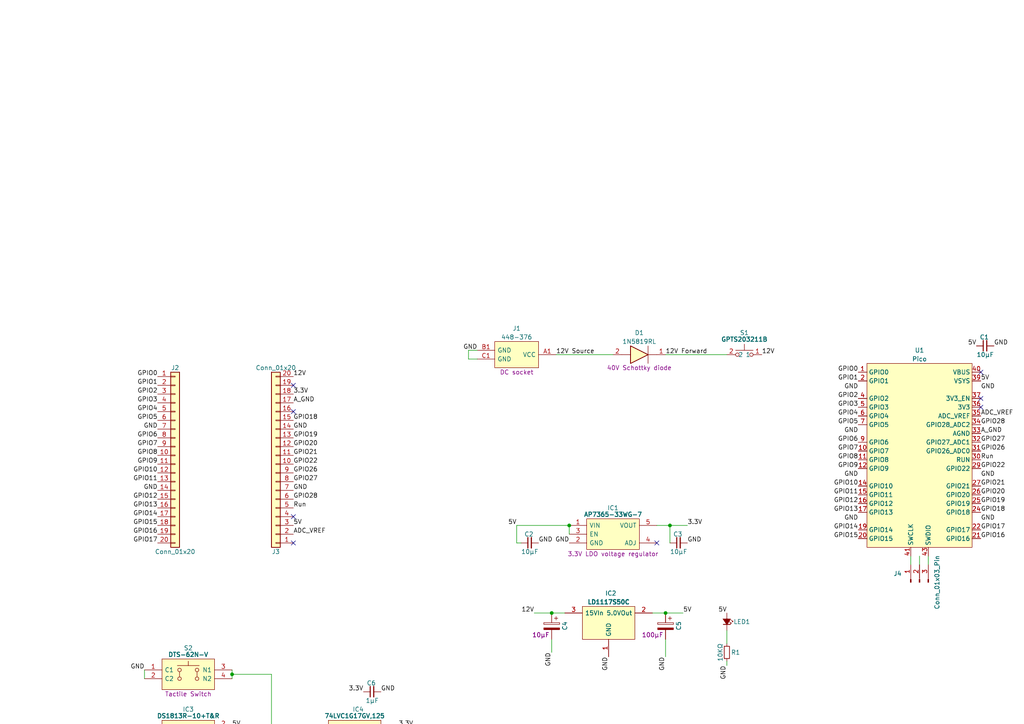
<source format=kicad_sch>
(kicad_sch (version 20230121) (generator eeschema)
  (paper "A4")
  (title_block (title "GPIO 16bit") (date "2024-01-28"))
  (lib_symbols
    (symbol "Connector:Conn_01x03_Pin" (pin_names (offset 1.016) hide)
      (property "Reference" "J" (at 0 5.08 0))
      (property "Value" "Conn_01x03_Pin" (at 0 -5.08 0))
      (symbol "Conn_01x03_Pin_1_1"
        (polyline (pts (xy 1.27 -2.54) (xy 0.8636 -2.54)) (stroke (width 0.1524)))
        (polyline (pts (xy 1.27 0) (xy 0.8636 0)) (stroke (width 0.1524)))
        (polyline (pts (xy 1.27 2.54) (xy 0.8636 2.54)) (stroke (width 0.1524)))
        (rectangle (start 0.8636 -2.413) (end 0 -2.667) (stroke (width 0.1524)) (fill (type outline)))
        (rectangle (start 0.8636 0.127) (end 0 -0.127) (stroke (width 0.1524)) (fill (type outline)))
        (rectangle (start 0.8636 2.667) (end 0 2.413) (stroke (width 0.1524)) (fill (type outline)))
        (pin passive line (at 5.08 2.54 180) (length 3.81) (name "Pin_1") (number "1"))
        (pin passive line (at 5.08 0 180) (length 3.81) (name "Pin_2") (number "2"))
        (pin passive line (at 5.08 -2.54 180) (length 3.81) (name "Pin_3") (number "3"))
      )
    )
    (symbol "Connector_Generic:Conn_01x20" (pin_names (offset 1.016) hide)
      (property "Reference" "J" (at 0 25.4 0))
      (property "Value" "Conn_01x20" (at 0 -27.94 0))
      (symbol "Conn_01x20_1_1"
        (rectangle (start -1.27 -25.273) (end 0 -25.527) (stroke (width 0.1524)))
        (rectangle (start -1.27 -22.733) (end 0 -22.987) (stroke (width 0.1524)))
        (rectangle (start -1.27 -20.193) (end 0 -20.447) (stroke (width 0.1524)))
        (rectangle (start -1.27 -17.653) (end 0 -17.907) (stroke (width 0.1524)))
        (rectangle (start -1.27 -15.113) (end 0 -15.367) (stroke (width 0.1524)))
        (rectangle (start -1.27 -12.573) (end 0 -12.827) (stroke (width 0.1524)))
        (rectangle (start -1.27 -10.033) (end 0 -10.287) (stroke (width 0.1524)))
        (rectangle (start -1.27 -7.493) (end 0 -7.747) (stroke (width 0.1524)))
        (rectangle (start -1.27 -4.953) (end 0 -5.207) (stroke (width 0.1524)))
        (rectangle (start -1.27 -2.413) (end 0 -2.667) (stroke (width 0.1524)))
        (rectangle (start -1.27 0.127) (end 0 -0.127) (stroke (width 0.1524)))
        (rectangle (start -1.27 2.667) (end 0 2.413) (stroke (width 0.1524)))
        (rectangle (start -1.27 5.207) (end 0 4.953) (stroke (width 0.1524)))
        (rectangle (start -1.27 7.747) (end 0 7.493) (stroke (width 0.1524)))
        (rectangle (start -1.27 10.287) (end 0 10.033) (stroke (width 0.1524)))
        (rectangle (start -1.27 12.827) (end 0 12.573) (stroke (width 0.1524)))
        (rectangle (start -1.27 15.367) (end 0 15.113) (stroke (width 0.1524)))
        (rectangle (start -1.27 17.907) (end 0 17.653) (stroke (width 0.1524)))
        (rectangle (start -1.27 20.447) (end 0 20.193) (stroke (width 0.1524)))
        (rectangle (start -1.27 22.987) (end 0 22.733) (stroke (width 0.1524)))
        (rectangle (start -1.27 24.13) (end 1.27 -26.67) (stroke (width 0.254)) (fill (type background)))
        (pin passive line (at -5.08 22.86 0) (length 3.81) (name "Pin_1") (number "1"))
        (pin passive line (at -5.08 0 0) (length 3.81) (name "Pin_10") (number "10"))
        (pin passive line (at -5.08 -2.54 0) (length 3.81) (name "Pin_11") (number "11"))
        (pin passive line (at -5.08 -5.08 0) (length 3.81) (name "Pin_12") (number "12"))
        (pin passive line (at -5.08 -7.62 0) (length 3.81) (name "Pin_13") (number "13"))
        (pin passive line (at -5.08 -10.16 0) (length 3.81) (name "Pin_14") (number "14"))
        (pin passive line (at -5.08 -12.7 0) (length 3.81) (name "Pin_15") (number "15"))
        (pin passive line (at -5.08 -15.24 0) (length 3.81) (name "Pin_16") (number "16"))
        (pin passive line (at -5.08 -17.78 0) (length 3.81) (name "Pin_17") (number "17"))
        (pin passive line (at -5.08 -20.32 0) (length 3.81) (name "Pin_18") (number "18"))
        (pin passive line (at -5.08 -22.86 0) (length 3.81) (name "Pin_19") (number "19"))
        (pin passive line (at -5.08 20.32 0) (length 3.81) (name "Pin_2") (number "2"))
        (pin passive line (at -5.08 -25.4 0) (length 3.81) (name "Pin_20") (number "20"))
        (pin passive line (at -5.08 17.78 0) (length 3.81) (name "Pin_3") (number "3"))
        (pin passive line (at -5.08 15.24 0) (length 3.81) (name "Pin_4") (number "4"))
        (pin passive line (at -5.08 12.7 0) (length 3.81) (name "Pin_5") (number "5"))
        (pin passive line (at -5.08 10.16 0) (length 3.81) (name "Pin_6") (number "6"))
        (pin passive line (at -5.08 7.62 0) (length 3.81) (name "Pin_7") (number "7"))
        (pin passive line (at -5.08 5.08 0) (length 3.81) (name "Pin_8") (number "8"))
        (pin passive line (at -5.08 2.54 0) (length 3.81) (name "Pin_9") (number "9"))
      )
    )
    (symbol "Device:LED_Small_Filled" (pin_numbers hide) (pin_names (offset 0.254) hide)
      (property "Reference" "D" (at -1.27 3.175 0))
      (property "Value" "LED_Small_Filled" (at -4.445 -2.54 0))
      (symbol "LED_Small_Filled_0_1"
        (polyline (pts (xy -0.762 -1.016) (xy -0.762 1.016)) (stroke (width 0.254)))
        (polyline (pts (xy 1.016 0) (xy -0.762 0)))
        (polyline (pts (xy 0.762 -1.016) (xy -0.762 0) (xy 0.762 1.016) (xy 0.762 -1.016)) (stroke (width 0.254)) (fill (type outline)))
        (polyline (pts (xy 0 0.762) (xy -0.508 1.27) (xy -0.254 1.27) (xy -0.508 1.27) (xy -0.508 1.016)))
        (polyline (pts (xy 0.508 1.27) (xy 0 1.778) (xy 0.254 1.778) (xy 0 1.778) (xy 0 1.524)))
      )
      (symbol "LED_Small_Filled_1_1"
        (pin passive line (at -2.54 0 0) (length 1.778) (name "K") (number "1"))
        (pin passive line (at 2.54 0 180) (length 1.778) (name "A") (number "2"))
      )
    )
    (symbol "Diodes_Inc:AP7365-33WG-7" (pin_names (offset 0.762))
      (property "Reference" "IC" (at 12.7 5.08 0))
      (property "Value" "AP7365-33WG-7" (at 12.7 3.175 0))
      (property "Description" "3.3V LDO voltage regulator" (at 12.7 -8.255 0))
      (symbol "AP7365-33WG-7_0_0"
        (pin passive line (at 0 0 0) (length 5.08) (name "VIN") (number "1"))
        (pin passive line (at 0 -5.08 0) (length 5.08) (name "GND") (number "2"))
        (pin input line (at 0 -2.54 0) (length 5.08) (name "EN") (number "3"))
        (pin passive line (at 25.4 -5.08 180) (length 5.08) (name "ADJ") (number "4"))
        (pin passive line (at 25.4 0 180) (length 5.08) (name "VOUT") (number "5"))
      )
      (symbol "AP7365-33WG-7_0_1"
        (polyline (pts (xy 5.08 1.905) (xy 20.32 1.905) (xy 20.32 -6.985) (xy 5.08 -6.985) (xy 5.08 1.905)) (fill (type background)))
      )
    )
    (symbol "Diptronic:DTS-62N-V" (pin_names (offset 0.762))
      (property "Reference" "S" (at 12.7 6.35 0))
      (property "Value" "DTS-62N-V" (at 12.7 4.445 0))
      (property "Description" "Tactile Switch" (at 12.7 -6.985 0))
      (symbol "DTS-62N-V_0_0"
        (pin passive line (at 0 0 0) (length 5.08) (name "C1") (number "1"))
        (pin passive line (at 0 -2.54 0) (length 5.08) (name "C2") (number "2"))
        (pin passive line (at 25.4 0 180) (length 5.08) (name "N1") (number "3"))
        (pin passive line (at 25.4 -2.54 180) (length 5.08) (name "N2") (number "4"))
      )
      (symbol "DTS-62N-V_0_1"
        (polyline (pts (xy 10.16 -1.905) (xy 10.16 -0.635)))
        (polyline (pts (xy 12.7 1.27) (xy 12.7 2.54)))
        (polyline (pts (xy 15.24 -1.905) (xy 15.24 -0.635)))
        (polyline (pts (xy 15.875 1.27) (xy 9.525 1.27)))
        (polyline (pts (xy 5.08 3.175) (xy 20.32 3.175) (xy 20.32 -5.715) (xy 5.08 -5.715) (xy 5.08 3.175)) (stroke (width 0.1524)) (fill (type background)))
        (circle (center 10.16 -2.54) (radius 0.508))
        (circle (center 10.16 0) (radius 0.508))
        (circle (center 15.24 -2.54) (radius 0.508))
        (circle (center 15.24 0) (radius 0.508))
      )
    )
    (symbol "HCP65:C_0805" (pin_numbers hide) (pin_names (offset 0.254) hide)
      (property "Reference" "C" (at 2.286 2.54 0))
      (property "Value" "?μF" (at 2.54 -2.54 0))
      (symbol "C_0805_0_1"
        (polyline (pts (xy 1.9685 -1.4605) (xy 1.9685 1.5875)) (stroke (width 0.3048)))
        (polyline (pts (xy 2.9845 -1.4605) (xy 2.9845 1.5875)) (stroke (width 0.3302)))
      )
      (symbol "C_0805_1_1"
        (pin passive line (at 0 0 0) (length 2.032) (name "~") (number "1"))
        (pin passive line (at 5.08 0 180) (length 2.032) (name "~") (number "2"))
      )
    )
    (symbol "HCP65:C_Polarized" (pin_numbers hide) (pin_names (offset 0.254))
      (property "Reference" "C" (at 0.635 2.54 0))
      (property "Description" "?μF" (at 0.635 -2.54 0))
      (symbol "C_Polarized_0_1"
        (rectangle (start -2.286 0.508) (end 2.286 1.016))
        (polyline (pts (xy -1.778 2.286) (xy -0.762 2.286)))
        (polyline (pts (xy -1.27 2.794) (xy -1.27 1.778)))
        (rectangle (start 2.286 -0.508) (end -2.286 -1.016) (fill (type outline)))
      )
      (symbol "C_Polarized_1_1"
        (pin passive line (at 0 3.81 270) (length 2.794) (name "~") (number "1"))
        (pin passive line (at 0 -3.81 90) (length 2.794) (name "~") (number "2"))
      )
    )
    (symbol "HCP65:R_0805" (pin_numbers hide) (pin_names hide)
      (property "Reference" "R" (at 2.54 1.778 0))
      (property "Value" "?Ω" (at 2.54 -1.905 0))
      (symbol "R_0805_0_1"
        (rectangle (start 0.762 0.762) (end 4.318 -0.762) (stroke (width 0.2032)))
      )
      (symbol "R_0805_1_1"
        (pin passive line (at 0 0 0) (length 0.72) (name "~") (number "1"))
        (pin passive line (at 5.08 0 180) (length 0.72) (name "~") (number "2"))
      )
    )
    (symbol "Maxim:DS1813R-10+T&R" (pin_names (offset 0.762))
      (property "Reference" "IC" (at 12.7 7.62 0))
      (property "Value" "DS1813R-10+T&R" (at 12.7 5.715 0))
      (property "Description" "5V voltage supervisor" (at 13.335 -3.175 0))
      (symbol "DS1813R-10+T&R_0_0"
        (pin output inverted (at 25.4 0 180) (length 5.08) (name "~{RST}") (number "1"))
        (pin passive line (at 25.4 2.54 180) (length 5.08) (name "5V") (number "2"))
        (pin passive line (at 0 0 0) (length 5.08) (name "GND") (number "3"))
      )
      (symbol "DS1813R-10+T&R_0_1"
        (polyline (pts (xy 5.08 4.445) (xy 20.32 4.445) (xy 20.32 -1.905) (xy 5.08 -1.905) (xy 5.08 4.445)) (stroke (width 0.1524)) (fill (type background)))
      )
    )
    (symbol "Maxim:GPTS203211B" (pin_names (offset 0.762))
      (property "Reference" "S" (at 5.08 6.35 0))
      (property "Value" "GPTS203211B" (at 5.08 4.445 0))
      (symbol "GPTS203211B_0_1"
        (polyline (pts (xy 5.08 1.27) (xy 5.08 3.048)))
        (polyline (pts (xy 7.62 1.27) (xy 2.54 1.27)))
        (circle (center 3.048 0) (radius 0.508))
        (circle (center 7.112 0) (radius 0.508))
        (pin passive line (at 0 0 0) (length 2.54) (name "1") (number "1"))
        (pin passive line (at 10.16 0 180) (length 2.54) (name "2") (number "2"))
      )
    )
    (symbol "Nexperia:74LVC1G17GV,125" (pin_names (offset 0.762))
      (property "Reference" "IC" (at 12.065 7.62 0))
      (property "Value" "74LVC1G17GV,125" (at 12.7 5.715 0))
      (property "Description" "Schmitt buffer" (at 13.335 -5.715 0))
      (symbol "74LVC1G17GV,125_0_0"
        (pin no_connect line (at 0 2.54 0) (length 5.08) hide (name "n.c.") (number "1"))
        (pin input line (at 0 0 0) (length 5.08) (name "A") (number "2"))
        (pin passive line (at 0 -2.54 0) (length 5.08) hide (name "GND") (number "3"))
        (pin passive line (at 25.4 0 180) (length 5.08) (name "Y") (number "4"))
        (pin passive line (at 25.4 2.54 180) (length 5.08) hide (name "3V") (number "5"))
      )
      (symbol "74LVC1G17GV,125_0_1"
        (polyline (pts (xy 9.525 0) (xy 11.43 0)))
        (polyline (pts (xy 13.97 0) (xy 15.875 0)))
        (polyline (pts (xy 11.43 -1.016) (xy 13.97 0) (xy 11.43 1.016)) (stroke (width 0.254)))
        (polyline (pts (xy 5.08 4.445) (xy 20.32 4.445) (xy 20.32 -4.445) (xy 5.08 -4.445) (xy 5.08 4.445)) (stroke (width 0.1524)) (fill (type background)))
        (rectangle (start 11.43 1.016) (end 11.43 -1.016) (stroke (width 0.254)) (fill (type background)))
      )
    )
    (symbol "Pico_1"
      (property "Reference" "U" (at 0 29.845 0))
      (property "Value" "Pico_1" (at 0 27.94 0))
      (symbol "Pico_1_0_1"
        (rectangle (start -15.24 26.67) (end 15.24 -26.67) (fill (type background)))
      )
      (symbol "Pico_1_1_1"
        (pin bidirectional line (at -17.78 24.13 0) (length 2.54) (name "GPIO0") (number "1"))
        (pin bidirectional line (at -17.78 1.27 0) (length 2.54) (name "GPIO7") (number "10"))
        (pin bidirectional line (at -17.78 -1.27 0) (length 2.54) (name "GPIO8") (number "11"))
        (pin bidirectional line (at -17.78 -3.81 0) (length 2.54) (name "GPIO9") (number "12"))
        (pin passive line (at -17.78 -6.35 0) (length 2.54) hide (name "GND") (number "13"))
        (pin bidirectional line (at -17.78 -8.89 0) (length 2.54) (name "GPIO10") (number "14"))
        (pin bidirectional line (at -17.78 -11.43 0) (length 2.54) (name "GPIO11") (number "15"))
        (pin bidirectional line (at -17.78 -13.97 0) (length 2.54) (name "GPIO12") (number "16"))
        (pin bidirectional line (at -17.78 -16.51 0) (length 2.54) (name "GPIO13") (number "17"))
        (pin passive line (at -17.78 -19.05 0) (length 2.54) hide (name "GND") (number "18"))
        (pin bidirectional line (at -17.78 -21.59 0) (length 2.54) (name "GPIO14") (number "19"))
        (pin bidirectional line (at -17.78 21.59 0) (length 2.54) (name "GPIO1") (number "2"))
        (pin bidirectional line (at -17.78 -24.13 0) (length 2.54) (name "GPIO15") (number "20"))
        (pin bidirectional line (at 17.78 -24.13 180) (length 2.54) (name "GPIO16") (number "21"))
        (pin bidirectional line (at 17.78 -21.59 180) (length 2.54) (name "GPIO17") (number "22"))
        (pin passive line (at 17.78 -19.05 180) (length 2.54) hide (name "GND") (number "23"))
        (pin bidirectional line (at 17.78 -16.51 180) (length 2.54) (name "GPIO18") (number "24"))
        (pin bidirectional line (at 17.78 -13.97 180) (length 2.54) (name "GPIO19") (number "25"))
        (pin bidirectional line (at 17.78 -11.43 180) (length 2.54) (name "GPIO20") (number "26"))
        (pin bidirectional line (at 17.78 -8.89 180) (length 2.54) (name "GPIO21") (number "27"))
        (pin passive line (at 17.78 -6.35 180) (length 2.54) hide (name "GND") (number "28"))
        (pin bidirectional line (at 17.78 -3.81 180) (length 2.54) (name "GPIO22") (number "29"))
        (pin passive line (at -17.78 19.05 0) (length 2.54) hide (name "GND") (number "3"))
        (pin input line (at 17.78 -1.27 180) (length 2.54) (name "RUN") (number "30"))
        (pin bidirectional line (at 17.78 1.27 180) (length 2.54) (name "GPIO26_ADC0") (number "31"))
        (pin bidirectional line (at 17.78 3.81 180) (length 2.54) (name "GPIO27_ADC1") (number "32"))
        (pin passive line (at 17.78 6.35 180) (length 2.54) (name "AGND") (number "33"))
        (pin bidirectional line (at 17.78 8.89 180) (length 2.54) (name "GPIO28_ADC2") (number "34"))
        (pin passive line (at 17.78 11.43 180) (length 2.54) (name "ADC_VREF") (number "35"))
        (pin passive line (at 17.78 13.97 180) (length 2.54) (name "3V3") (number "36"))
        (pin input line (at 17.78 16.51 180) (length 2.54) (name "3V3_EN") (number "37"))
        (pin passive line (at 17.78 19.05 180) (length 2.54) hide (name "GND") (number "38"))
        (pin passive line (at 17.78 21.59 180) (length 2.54) (name "VSYS") (number "39"))
        (pin bidirectional line (at -17.78 16.51 0) (length 2.54) (name "GPIO2") (number "4"))
        (pin passive line (at 17.78 24.13 180) (length 2.54) (name "VBUS") (number "40"))
        (pin input line (at -2.54 -29.21 90) (length 2.54) (name "SWCLK") (number "41"))
        (pin passive line (at 0 -29.21 90) (length 2.54) hide (name "GND") (number "42"))
        (pin bidirectional line (at 2.54 -29.21 90) (length 2.54) (name "SWDIO") (number "43"))
        (pin bidirectional line (at -17.78 13.97 0) (length 2.54) (name "GPIO3") (number "5"))
        (pin bidirectional line (at -17.78 11.43 0) (length 2.54) (name "GPIO4") (number "6"))
        (pin bidirectional line (at -17.78 8.89 0) (length 2.54) (name "GPIO5") (number "7"))
        (pin passive line (at -17.78 6.35 0) (length 2.54) hide (name "GND") (number "8"))
        (pin bidirectional line (at -17.78 3.81 0) (length 2.54) (name "GPIO6") (number "9"))
      )
    )
    (symbol "RS_Components:448-376" (pin_names (offset 0.762))
      (property "Reference" "J" (at 11.43 6.35 0))
      (property "Value" "448-376" (at 11.43 3.81 0))
      (property "Description" "DC socket" (at 11.43 -6.35 0))
      (symbol "448-376_0_0"
        (pin passive line (at 0 -1.27 0) (length 5.08) (name "VCC") (number "A1"))
        (pin passive line (at 22.86 0 180) (length 5.08) (name "GND") (number "B1"))
        (pin passive line (at 22.86 -2.54 180) (length 5.08) (name "GND") (number "C1"))
      )
      (symbol "448-376_0_1"
        (polyline (pts (xy 5.08 2.54) (xy 17.78 2.54) (xy 17.78 -5.08) (xy 5.08 -5.08) (xy 5.08 2.54)) (stroke (width 0.1524)) (fill (type background)))
      )
    )
    (symbol "ST_Microelectronics:1N5819RL" (pin_names (offset 0.762))
      (property "Reference" "D" (at 7.62 6.35 0))
      (property "Value" "1N5819RL" (at 7.62 3.81 0))
      (property "Description" "40V Schottky diode" (at 7.62 -3.81 0))
      (symbol "1N5819RL_0_0"
        (pin passive line (at 0 0 0) (length 2.54) (name "~") (number "1"))
        (pin passive line (at 15.24 0 180) (length 2.54) (name "~") (number "2"))
      )
      (symbol "1N5819RL_0_1"
        (polyline (pts (xy 2.54 0) (xy 5.08 0)) (stroke (width 0.1524)))
        (polyline (pts (xy 5.08 2.54) (xy 5.08 -2.54)) (stroke (width 0.1524)))
        (polyline (pts (xy 10.16 0) (xy 12.7 0)) (stroke (width 0.1524)))
        (polyline (pts (xy 5.08 0) (xy 10.16 2.54) (xy 10.16 -2.54) (xy 5.08 0)) (stroke (width 0.254)) (fill (type background)))
      )
    )
    (symbol "ST_Microelectronics:LD1117S50C" (pin_names (offset 0.762))
      (property "Reference" "IC" (at 7.62 4.445 0))
      (property "Value" "LD1117S50C" (at 7.62 2.54 0))
      (symbol "LD1117S50C_0_0"
        (pin passive line (at 7.62 -12.7 90) (length 5.08) (name "GND") (number "1"))
      )
      (symbol "LD1117S50C_0_1"
        (polyline (pts (xy 0 1.905) (xy 15.24 1.905) (xy 15.24 -7.62) (xy 0 -7.62) (xy 0 1.905)) (stroke (width 0.1524)) (fill (type background)))
      )
      (symbol "LD1117S50C_1_0"
        (pin passive line (at 20.32 0 180) (length 5.08) (name "5.0VOut") (number "2"))
        (pin passive line (at -5.08 0 0) (length 5.08) (name "15VIn") (number "3"))
        (pin no_connect line (at 10.16 -12.7 90) (length 5.08) hide (name "N.C") (number "4"))
      )
    )
  )
  (junction (at 165.1 152.4))
  (junction (at 193.04 177.8))
  (junction (at 67.31 195.58))
  (junction (at 78.74 213.36))
  (junction (at 194.31 152.4))
  (junction (at 160.02 177.8))
  (no_connect (at 85.09 111.76))
  (no_connect (at 190.5 157.48))
  (no_connect (at 284.48 115.57))
  (no_connect (at 85.09 157.48))
  (no_connect (at 85.09 149.86))
  (no_connect (at 284.48 118.11))
  (no_connect (at 284.48 107.95))
  (no_connect (at 85.09 119.38))
  (wire (pts (xy 193.04 190.5) (xy 193.04 185.42)))
  (wire (pts (xy 67.31 195.58) (xy 67.31 196.85)))
  (wire (pts (xy 160.02 177.8) (xy 163.83 177.8)))
  (wire (pts (xy 165.1 152.4) (xy 165.1 154.94)))
  (wire (pts (xy 78.74 213.36) (xy 78.74 218.44)))
  (wire (pts (xy 135.89 101.6) (xy 138.43 101.6)))
  (wire (pts (xy 135.89 101.6) (xy 135.89 104.14)))
  (wire (pts (xy 264.16 163.83) (xy 264.16 161.29)))
  (wire (pts (xy 198.12 177.8) (xy 193.04 177.8)))
  (wire (pts (xy 78.74 195.58) (xy 78.74 213.36)))
  (wire (pts (xy 190.5 152.4) (xy 194.31 152.4)))
  (wire (pts (xy 67.31 194.31) (xy 67.31 195.58)))
  (wire (pts (xy 160.02 189.23) (xy 160.02 185.42)))
  (wire (pts (xy 194.31 152.4) (xy 199.39 152.4)))
  (wire (pts (xy 194.31 157.48) (xy 194.31 152.4)))
  (wire (pts (xy 269.24 163.83) (xy 269.24 161.29)))
  (wire (pts (xy 149.86 157.48) (xy 151.13 157.48)))
  (wire (pts (xy 135.89 104.14) (xy 138.43 104.14)))
  (wire (pts (xy 67.31 195.58) (xy 78.74 195.58)))
  (wire (pts (xy 266.7 163.83) (xy 266.7 161.29)))
  (wire (pts (xy 154.94 177.8) (xy 160.02 177.8)))
  (wire (pts (xy 41.91 194.31) (xy 41.91 196.85)))
  (wire (pts (xy 210.82 193.04) (xy 210.82 191.77)))
  (wire (pts (xy 78.74 213.36) (xy 90.17 213.36)))
  (wire (pts (xy 149.86 152.4) (xy 165.1 152.4)))
  (wire (pts (xy 177.8 102.87) (xy 161.29 102.87)))
  (wire (pts (xy 149.86 152.4) (xy 149.86 157.48)))
  (wire (pts (xy 210.82 182.88) (xy 210.82 186.69)))
  (wire (pts (xy 67.31 213.36) (xy 78.74 213.36)))
  (wire (pts (xy 193.04 177.8) (xy 189.23 177.8)))
  (wire (pts (xy 210.82 102.87) (xy 193.04 102.87)))
  (label "GPIO13" (at 45.72 147.32 180))
  (label "GPIO16" (at 45.72 154.94 180))
  (label "GPIO15" (at 248.92 156.21 180))
  (label "GPIO12" (at 248.92 146.05 180))
  (label "3.3V" (at 199.39 152.4 0))
  (label "GND" (at 193.04 190.5 270))
  (label "GPIO26" (at 284.48 130.81 0))
  (label "GPIO19" (at 284.48 146.05 0))
  (label "GND" (at 248.92 125.73 180))
  (label "GND" (at 165.1 157.48 180))
  (label "ADC_VREF" (at 284.48 120.65 0))
  (label "GPIO14" (at 248.92 153.67 180))
  (label "GPIO21" (at 85.09 132.08 0))
  (label "GPIO4" (at 248.92 120.65 180))
  (label "GPIO3" (at 45.72 116.84 180))
  (label "GND" (at 248.92 138.43 180))
  (label "GND" (at 138.43 101.6 180))
  (label "GPIO11" (at 45.72 139.7 180))
  (label "GPIO27" (at 85.09 139.7 0))
  (label "A_GND" (at 284.48 125.73 0))
  (label "GPIO20" (at 85.09 129.54 0))
  (label "GPIO5" (at 248.92 123.19 180))
  (label "GPIO28" (at 284.48 123.19 0))
  (label "12V" (at 220.98 102.87 0))
  (label "GPIO7" (at 248.92 130.81 180))
  (label "GPIO18" (at 85.09 121.92 0))
  (label "GPIO12" (at 45.72 144.78 180))
  (label "GPIO10" (at 248.92 140.97 180))
  (label "GPIO14" (at 45.72 149.86 180))
  (label "GPIO5" (at 45.72 121.92 180))
  (label "GPIO28" (at 85.09 144.78 0))
  (label "A_GND" (at 85.09 116.84 0))
  (label "GPIO0" (at 248.92 107.95 180))
  (label "5V" (at 198.12 177.8 0))
  (label "GND" (at 284.48 113.03 0))
  (label "3.3V" (at 85.09 114.3 0))
  (label "GND" (at 248.92 151.13 180))
  (label "3.3V" (at 115.57 210.82 0))
  (label "GPIO1" (at 45.72 111.76 180))
  (label "GND" (at 41.91 194.31 180))
  (label "GND" (at 176.53 190.5 270))
  (label "5V" (at 283.21 100.33 180))
  (label "5V" (at 149.86 152.4 180))
  (label "GPIO11" (at 248.92 143.51 180))
  (label "~{Reset}" (at 67.31 213.36 0))
  (label "GPIO19" (at 85.09 127 0))
  (label "GPIO27" (at 284.48 128.27 0))
  (label "5V" (at 83.82 218.44 0))
  (label "12V" (at 154.94 177.8 180))
  (label "GPIO9" (at 248.92 135.89 180))
  (label "GPIO1" (at 248.92 110.49 180))
  (label "GND" (at 248.92 113.03 180))
  (label "5V" (at 67.31 210.82 0))
  (label "12V Source" (at 161.29 102.87 0))
  (label "GND" (at 156.21 157.48 0))
  (label "GPIO7" (at 45.72 129.54 180))
  (label "GPIO8" (at 248.92 133.35 180))
  (label "GND" (at 284.48 138.43 0))
  (label "Run" (at 85.09 147.32 0))
  (label "GND" (at 41.91 213.36 180))
  (label "GND" (at 110.49 200.66 0))
  (label "GND" (at 160.02 189.23 270))
  (label "GPIO4" (at 45.72 119.38 180))
  (label "GND" (at 90.17 215.9 180))
  (label "GND" (at 45.72 124.46 180))
  (label "GPIO10" (at 45.72 137.16 180))
  (label "12V" (at 85.09 109.22 0))
  (label "GPIO8" (at 45.72 132.08 180))
  (label "ADC_VREF" (at 85.09 154.94 0))
  (label "GPIO9" (at 45.72 134.62 180))
  (label "GND" (at 199.39 157.48 0))
  (label "12V Forward" (at 193.04 102.87 0))
  (label "GPIO2" (at 45.72 114.3 180))
  (label "GPIO16" (at 284.48 156.21 0))
  (label "GPIO0" (at 45.72 109.22 180))
  (label "GPIO20" (at 284.48 143.51 0))
  (label "GPIO17" (at 284.48 153.67 0))
  (label "5V" (at 284.48 110.49 0))
  (label "GPIO6" (at 45.72 127 180))
  (label "GPIO18" (at 284.48 148.59 0))
  (label "5V" (at 85.09 152.4 0))
  (label "GPIO22" (at 284.48 135.89 0))
  (label "Run" (at 115.57 213.36 0))
  (label "3.3V" (at 105.41 200.66 180))
  (label "GPIO2" (at 248.92 115.57 180))
  (label "GND" (at 45.72 142.24 180))
  (label "5V" (at 210.82 177.8 180))
  (label "GND" (at 210.82 193.04 270))
  (label "GND" (at 288.29 100.33 0))
  (label "GPIO21" (at 284.48 140.97 0))
  (label "GPIO3" (at 248.92 118.11 180))
  (label "GPIO26" (at 85.09 137.16 0))
  (label "GPIO6" (at 248.92 128.27 180))
  (label "GPIO17" (at 45.72 157.48 180))
  (label "GND" (at 85.09 124.46 0))
  (label "GND" (at 85.09 142.24 0))
  (label "GPIO13" (at 248.92 148.59 180))
  (label "Run" (at 284.48 133.35 0))
  (label "GPIO15" (at 45.72 152.4 180))
  (label "GPIO22" (at 85.09 134.62 0))
  (label "GND" (at 284.48 151.13 0))
  (symbol (lib_id "Device:LED_Small_Filled") (at 210.82 180.34 270) (mirror x) (unit 1)
    (property "Reference" "LED1" (at 212.725 180.34 90) (effects (justify left)))
    (property "Value" "LED_Small_Filled" (effects hide))
    (property "Footprint" "SamacSys_Parts:LED_D5.0mm" (effects hide))
  )
  (symbol (lib_id "HCP65:C_0805") (at 105.41 200.66 0) (unit 1)
    (property "Reference" "C6" (at 107.696 198.12 0))
    (property "Value" "1μF" (at 107.95 203.2 0))
    (property "Footprint" "SamacSys_Parts:C_0805" (effects hide))
  )
  (symbol (lib_id "Connector_Generic:Conn_01x20") (at 50.8 132.08 0) (unit 1)
    (property "Reference" "J2" (at 50.8 106.68 0))
    (property "Value" "Conn_01x20" (at 50.8 160.02 0))
    (property "Footprint" "SamacSys_Parts:SIP_20_Pins" (effects hide))
  )
  (symbol (lib_id "Maxim:DS1813R-10+T&R") (at 41.91 213.36 0) (unit 1)
    (property "Reference" "IC3" (at 54.61 205.74 0))
    (property "Value" "DS1813R-10+T&R" (at 54.61 207.645 0) (effects (font bold)))
    (property "Footprint" "SOT95P237X112-3N" (effects hide))
    (property "Datasheet" "https://componentsearchengine.com/Datasheets/2/DS1813R-10+T&R.pdf" (effects hide))
    (property "Description" "5V voltage supervisor" (at 55.245 216.535 0))
    (property "Height" "1.12" (effects hide))
    (property "Mouser Part Number" "700-DS1813R-10T&R" (effects hide))
    (property "Mouser Price/Stock" "https://www.mouser.co.uk/ProductDetail/Maxim-Integrated/DS1813R-10%2bTR?qs=0Y9aZN%252BMVCUEX%2FgvPX%252B6Nw%3D%3D" (effects hide))
    (property "Manufacturer_Name" "Maxim Integrated" (effects hide))
    (property "Manufacturer_Part_Number" "DS1813R-10+T&R" (effects hide))
    (property "Silkscreen" "DS1813" (effects hide))
  )
  (symbol (lib_id "ST_Microelectronics:1N5819RL") (at 193.04 102.87 0) (mirror y) (unit 1)
    (property "Reference" "D1" (at 185.42 96.52 0))
    (property "Value" "1N5819RL" (at 185.42 99.06 0))
    (property "Footprint" "DIOAD1414W86L464D238" (effects hide))
    (property "Datasheet" "http://www.st.com/web/en/resource/technical/document/datasheet/CD00001625.pdf" (effects hide))
    (property "Description" "40V Schottky diode" (at 185.42 106.68 0))
    (property "Manufacturer_Name" "STMicroelectronics" (effects hide))
    (property "Manufacturer_Part_Number" "1N5819RL" (effects hide))
    (property "Mouser Part Number" "511-1N5819-TR" (effects hide))
    (property "Mouser Price/Stock" "https://www.mouser.co.uk/ProductDetail/STMicroelectronics/1N5819RL?qs=mRqUSD7FX17%2FYMiCEfKDjA%3D%3D" (effects hide))
    (property "Arrow Part Number" "1N5819RL" (effects hide))
    (property "Arrow Price/Stock" "https://www.arrow.com/en/products/1n5819rl/stmicroelectronics?region=europe" (effects hide))
  )
  (symbol (lib_id "HCP65:C_Polarized") (at 193.04 181.61 0) (mirror y) (unit 1)
    (property "Reference" "C5" (at 196.85 182.88 90) (effects (justify left)))
    (property "Value" "C_Polarized" (effects hide))
    (property "Footprint" "Capacitor_THT:CP_Radial_D4.0mm_P2.00mm" (effects hide))
    (property "Description" "100μF" (at 192.405 184.15 0) (effects (justify left)))
  )
  (symbol (lib_id "RS_Components:448-376") (at 161.29 101.6 0) (mirror y) (unit 1)
    (property "Reference" "J1" (at 149.86 95.25 0))
    (property "Value" "448-376" (at 149.86 97.79 0))
    (property "Footprint" "448376" (effects hide))
    (property "Datasheet" "https://docs.rs-online.com/902a/0900766b81582446.pdf" (effects hide))
    (property "Description" "DC socket" (at 149.86 107.95 0))
    (property "Height" "11" (effects hide))
    (property "Manufacturer_Name" "RS Components" (effects hide))
    (property "Manufacturer_Part_Number" "448-376" (effects hide))
  )
  (symbol (lib_id "HCP65:C_Polarized") (at 160.02 181.61 0) (mirror y) (unit 1)
    (property "Reference" "C4" (at 163.83 182.88 90) (effects (justify left)))
    (property "Value" "C_Polarized" (effects hide))
    (property "Footprint" "Capacitor_THT:CP_Radial_D4.0mm_P2.00mm" (effects hide))
    (property "Description" "10μF" (at 159.385 184.15 0) (effects (justify left)))
  )
  (symbol (lib_id "Diodes_Inc:AP7365-33WG-7") (at 165.1 152.4 0) (unit 1)
    (property "Reference" "IC1" (at 177.8 147.32 0))
    (property "Value" "AP7365-33WG-7" (at 177.8 149.225 0) (effects (font bold)))
    (property "Footprint" "SOT95P285X130-5N" (effects hide))
    (property "Datasheet" "https://componentsearchengine.com/Datasheets/1/AP7365-33WG-7.pdf" (effects hide))
    (property "Description" "3.3V LDO voltage regulator" (at 177.8 160.655 0))
    (property "Height" "1.3" (effects hide))
    (property "Manufacturer_Name" "Diodes Inc." (effects hide))
    (property "Manufacturer_Part_Number" "AP7365-33WG-7" (effects hide))
    (property "Mouser Part Number" "621-AP7365-33WG-7" (effects hide))
    (property "Mouser Price/Stock" "https://www.mouser.co.uk/ProductDetail/Diodes-Incorporated/AP7365-33WG-7?qs=abZ1nkZpTuOZFvxvoFPL0w%3D%3D" (effects hide))
    (property "Arrow Part Number" "AP7365-33WG-7" (effects hide))
    (property "Arrow Price/Stock" "https://www.arrow.com/en/products/ap7365-33wg-7/diodes-incorporated?region=nac" (effects hide))
    (property "Silkscreen" "AP7365" (effects hide))
  )
  (symbol (lib_id "Nexperia:74LVC1G17GV,125") (at 90.17 213.36 0) (unit 1)
    (property "Reference" "IC4" (at 102.235 205.74 0) (effects (justify left)))
    (property "Value" "74LVC1G17GV,125" (at 102.87 207.645 0) (effects (font bold)))
    (property "Footprint" "SOT95P275X110-5N" (effects hide))
    (property "Datasheet" "https://assets.nexperia.com/documents/data-sheet/74LVC1G17.pdf" (effects hide))
    (property "Description" "Schmitt buffer" (at 103.505 219.075 0))
    (property "Height" "1.1" (effects hide))
    (property "Manufacturer_Name" "Nexperia" (effects hide))
    (property "Manufacturer_Part_Number" "74LVC1G17GV,125" (effects hide))
    (property "Mouser Part Number" "771-LVC1G17GV125" (effects hide))
    (property "Mouser Price/Stock" "https://www.mouser.co.uk/ProductDetail/Nexperia/74LVC1G17GV125?qs=me8TqzrmIYX3DxU5Fpa8sQ%3D%3D" (effects hide))
    (property "Silkscreen" "'1G17" (effects hide))
  )
  (symbol (lib_id "HCP65:C_0805") (at 151.13 157.48 0) (unit 1)
    (property "Reference" "C2" (at 153.416 154.94 0))
    (property "Value" "10µF" (at 151.13 160.02 0) (effects (justify left)))
    (property "Footprint" "SamacSys_Parts:C_0805" (effects hide))
  )
  (symbol (lib_id "Connector_Generic:Conn_01x20") (at 80.01 134.62 180) (unit 1)
    (property "Reference" "J3" (at 80.01 160.02 0))
    (property "Value" "Conn_01x20" (at 80.01 106.68 0))
    (property "Footprint" "SamacSys_Parts:SIP_20_Pins" (effects hide))
  )
  (symbol (lib_id "HCP65:C_0805") (at 194.31 157.48 0) (unit 1)
    (property "Reference" "C3" (at 196.596 154.94 0))
    (property "Value" "10µF" (at 194.31 160.02 0) (effects (justify left)))
    (property "Footprint" "SamacSys_Parts:C_0805" (effects hide))
  )
  (symbol (lib_id "ST_Microelectronics:LD1117S50C") (at 168.91 177.8 0) (unit 1)
    (property "Reference" "IC2" (at 177.165 172.085 0))
    (property "Value" "LD1117S50C" (at 176.53 174.625 0) (effects (font bold)))
    (property "Footprint" "LD1117S33C" (effects hide))
    (property "Datasheet" "https://www.st.com/resource/en/datasheet/ld1117.pdf" (effects hide))
    (property "Description" "IC: voltage regulator; LDO, linear, fixed; 5.0V; 0.95A; SOT223; SMD" (effects hide))
    (property "Height" "1.8" (effects hide))
    (property "Manufacturer_Name" "STMicroelectronics" (effects hide))
    (property "Manufacturer_Part_Number" "LD1117S50C" (effects hide))
    (property "Silkscreen" "LD1117S50" (effects hide))
  )
  (symbol (lib_id "HCP65:R_0805") (at 78.74 218.44 0) (unit 1)
    (property "Reference" "R2" (at 81.28 216.662 0))
    (property "Value" "4.7KΩ" (at 81.28 220.345 0))
    (property "Footprint" "SamacSys_Parts:R_0805" (effects hide))
  )
  (symbol (lib_id "HCP65:C_0805") (at 283.21 100.33 0) (unit 1)
    (property "Reference" "C1" (at 285.496 97.79 0))
    (property "Value" "10μF" (at 285.75 102.87 0))
    (property "Footprint" "SamacSys_Parts:C_0805" (effects hide))
  )
  (symbol (lib_id "Maxim:GPTS203211B") (at 220.98 102.87 0) (mirror y) (unit 1)
    (property "Reference" "S1" (at 215.9 96.52 0))
    (property "Value" "GPTS203211B" (at 215.9 98.425 0) (effects (font bold)))
    (property "Footprint" "GPTS203211B" (effects hide))
    (property "Datasheet" "http://switches-connectors-custom.cwind.com/Asset/GPTS203211BR2.pdf" (effects hide))
    (property "Description" "Pushbutton Switches SPST ON-OFF" (effects hide))
    (property "Manufacturer_Name" "CW Industries" (effects hide))
    (property "Manufacturer_Part_Number" "GPTS203211B" (effects hide))
    (property "Mouser Part Number" "629-GPTS203211B" (effects hide))
    (property "Mouser Price/Stock" "https://www.mouser.co.uk/ProductDetail/CW-Industries/GPTS203211B?qs=sajaCoHCXPR%252BmLwibobs6Q%3D%3D" (effects hide))
    (property "Silkscreen" "GPTS203211B" (effects hide))
  )
  (symbol (lib_id "HCP65:R_0805") (at 210.82 191.77 270) (mirror x) (unit 1)
    (property "Reference" "R1" (at 213.36 189.23 90))
    (property "Value" "10KΩ" (at 208.915 189.23 0))
    (property "Footprint" "SamacSys_Parts:R_0805" (effects hide))
  )
  (symbol (lib_name "Pico_1") (lib_id "Raspberry:Pico") (at 266.7 132.08 0) (unit 1)
    (property "Reference" "U1" (at 266.7 101.6 0))
    (property "Value" "Pico" (at 266.7 104.14 0))
    (property "Footprint" "SamacSys_Parts:RPi_Pico_SMD" (effects hide))
  )
  (symbol (lib_id "Diptronic:DTS-62N-V") (at 41.91 194.31 0) (unit 1)
    (property "Reference" "S2" (at 54.61 187.96 0))
    (property "Value" "DTS-62N-V" (at 54.61 189.865 0) (effects (font bold)))
    (property "Footprint" "DTS62NV" (effects hide))
    (property "Datasheet" "http://akizukidenshi.com/download/ds/cosland/DTS-6-V.PDF" (effects hide))
    (property "Description" "Tactile Switch" (at 54.61 201.295 0))
    (property "Height" "7" (effects hide))
    (property "Manufacturer_Name" "Diptronics" (effects hide))
    (property "Manufacturer_Part_Number" "DTS-62N-V" (effects hide))
    (property "Mouser Part Number" "113-DTS-62N-V" (effects hide))
    (property "Mouser Price/Stock" "https://www.mouser.co.uk/ProductDetail/Diptronics/DTS-62N-V?qs=gTYE2QTfZfSKTB5KYn%252Brkw%3D%3D" (effects hide))
  )
  (symbol (lib_id "Connector:Conn_01x03_Pin") (at 266.7 168.91 90) (unit 1)
    (property "Reference" "J4" (at 260.35 166.37 90))
    (property "Value" "Conn_01x03_Pin" (at 271.78 168.91 0))
    (property "Footprint" "Connector_PinHeader_2.54mm:PinHeader_1x03_P2.54mm_Vertical" (effects hide))
  )
)
</source>
